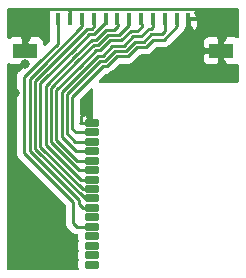
<source format=gbr>
%TF.GenerationSoftware,KiCad,Pcbnew,7.0.8*%
%TF.CreationDate,2024-06-14T11:44:33-04:00*%
%TF.ProjectId,mavnusadapter,6d61766e-7573-4616-9461-707465722e6b,rev?*%
%TF.SameCoordinates,Original*%
%TF.FileFunction,Copper,L1,Top*%
%TF.FilePolarity,Positive*%
%FSLAX46Y46*%
G04 Gerber Fmt 4.6, Leading zero omitted, Abs format (unit mm)*
G04 Created by KiCad (PCBNEW 7.0.8) date 2024-06-14 11:44:33*
%MOMM*%
%LPD*%
G01*
G04 APERTURE LIST*
G04 Aperture macros list*
%AMRoundRect*
0 Rectangle with rounded corners*
0 $1 Rounding radius*
0 $2 $3 $4 $5 $6 $7 $8 $9 X,Y pos of 4 corners*
0 Add a 4 corners polygon primitive as box body*
4,1,4,$2,$3,$4,$5,$6,$7,$8,$9,$2,$3,0*
0 Add four circle primitives for the rounded corners*
1,1,$1+$1,$2,$3*
1,1,$1+$1,$4,$5*
1,1,$1+$1,$6,$7*
1,1,$1+$1,$8,$9*
0 Add four rect primitives between the rounded corners*
20,1,$1+$1,$2,$3,$4,$5,0*
20,1,$1+$1,$4,$5,$6,$7,0*
20,1,$1+$1,$6,$7,$8,$9,0*
20,1,$1+$1,$8,$9,$2,$3,0*%
G04 Aperture macros list end*
%TA.AperFunction,SMDPad,CuDef*%
%ADD10R,0.400000X1.000000*%
%TD*%
%TA.AperFunction,SMDPad,CuDef*%
%ADD11R,2.000000X1.300000*%
%TD*%
%TA.AperFunction,CastellatedPad*%
%ADD12RoundRect,0.150000X-0.475000X-0.150000X0.475000X-0.150000X0.475000X0.150000X-0.475000X0.150000X0*%
%TD*%
%TA.AperFunction,ViaPad*%
%ADD13C,0.800000*%
%TD*%
%TA.AperFunction,Conductor*%
%ADD14C,0.250000*%
%TD*%
G04 APERTURE END LIST*
D10*
%TO.P,REF\u002A\u002A,1*%
%TO.N,GND*%
X31199000Y-17848600D03*
%TO.P,REF\u002A\u002A,2*%
%TO.N,D0*%
X30199000Y-17848600D03*
%TO.P,REF\u002A\u002A,3*%
%TO.N,D1*%
X29199000Y-17848600D03*
%TO.P,REF\u002A\u002A,4*%
%TO.N,D2*%
X28199000Y-17848600D03*
%TO.P,REF\u002A\u002A,5*%
%TO.N,D3*%
X27199000Y-17848600D03*
%TO.P,REF\u002A\u002A,6*%
%TO.N,D4*%
X26199000Y-17848600D03*
%TO.P,REF\u002A\u002A,7*%
%TO.N,D5*%
X25199000Y-17848600D03*
%TO.P,REF\u002A\u002A,8*%
%TO.N,D6*%
X24199000Y-17848600D03*
%TO.P,REF\u002A\u002A,9*%
%TO.N,3v3*%
X23199000Y-17848600D03*
%TO.P,REF\u002A\u002A,10*%
%TO.N,/DSYNC*%
X22199000Y-17848600D03*
%TO.P,REF\u002A\u002A,11*%
%TO.N,GND*%
X21199000Y-17848600D03*
%TO.P,REF\u002A\u002A,12*%
%TO.N,CLK*%
X20199000Y-17848600D03*
D11*
%TO.P,REF\u002A\u002A,MP*%
%TO.N,GND*%
X17399000Y-20548600D03*
X33999000Y-20548600D03*
%TD*%
D12*
%TO.P,REF\u002A\u002A,1*%
%TO.N,GND*%
X23019600Y-26643600D03*
%TO.P,REF\u002A\u002A,2*%
%TO.N,D0*%
X23019600Y-27443600D03*
%TO.P,REF\u002A\u002A,3*%
%TO.N,D1*%
X23019600Y-28243600D03*
%TO.P,REF\u002A\u002A,4*%
%TO.N,D2*%
X23019600Y-29043600D03*
%TO.P,REF\u002A\u002A,5*%
%TO.N,D3*%
X23019600Y-29843600D03*
%TO.P,REF\u002A\u002A,6*%
%TO.N,D4*%
X23019600Y-30643600D03*
%TO.P,REF\u002A\u002A,7*%
%TO.N,D5*%
X23019600Y-31443600D03*
%TO.P,REF\u002A\u002A,8*%
%TO.N,D6*%
X23019600Y-32243600D03*
%TO.P,REF\u002A\u002A,9*%
%TO.N,3v3*%
X23019600Y-33043600D03*
%TO.P,REF\u002A\u002A,10*%
%TO.N,/DSYNC*%
X23019600Y-33843600D03*
%TO.P,REF\u002A\u002A,11*%
%TO.N,GND*%
X23019600Y-34643600D03*
%TO.P,REF\u002A\u002A,12*%
%TO.N,CLK*%
X23019600Y-35443600D03*
%TO.P,REF\u002A\u002A,13*%
%TO.N,N/C*%
X23019600Y-36243600D03*
%TO.P,REF\u002A\u002A,14*%
X23019600Y-37043600D03*
%TO.P,REF\u002A\u002A,15*%
X23019600Y-37843600D03*
%TO.P,REF\u002A\u002A,16*%
X23019600Y-38643600D03*
%TD*%
D13*
%TO.N,GND*%
X16510000Y-24130000D03*
X18592800Y-17424400D03*
X32385000Y-20548600D03*
X32080200Y-17322800D03*
X24841200Y-22580600D03*
X17369301Y-21661901D03*
X31216600Y-18821400D03*
X22661099Y-25632899D03*
X34010600Y-21691600D03*
X34010600Y-19481800D03*
X17424400Y-19456400D03*
%TD*%
D14*
%TO.N,GND*%
X22069600Y-26643600D02*
X22072600Y-26593800D01*
X22072600Y-26136600D02*
X22072600Y-26593800D01*
X17424400Y-19456400D02*
X17424400Y-19812000D01*
X18993600Y-17023600D02*
X21011400Y-17023600D01*
X22547000Y-26001400D02*
X23019600Y-26474000D01*
X18592800Y-17424400D02*
X18993600Y-17023600D01*
X23019600Y-26474000D02*
X23019600Y-26643600D01*
X22661099Y-25632899D02*
X22547000Y-25746998D01*
X21199000Y-17211200D02*
X21199000Y-17848600D01*
X22547000Y-25746998D02*
X22547000Y-26001400D01*
X22122400Y-26643600D02*
X22072600Y-26593800D01*
X31781000Y-17023600D02*
X21011400Y-17023600D01*
X22292598Y-26001400D02*
X22207800Y-26001400D01*
X22207800Y-26001400D02*
X22072600Y-26136600D01*
X32080200Y-17322800D02*
X31781000Y-17023600D01*
X22661099Y-25632899D02*
X22292598Y-26001400D01*
X17424400Y-19812000D02*
X17650800Y-20038400D01*
X23019600Y-26643600D02*
X22122400Y-26643600D01*
X21011400Y-17023600D02*
X21199000Y-17211200D01*
%TO.N,D0*%
X27603992Y-20220400D02*
X26876784Y-20220400D01*
X21372800Y-24411984D02*
X21372800Y-27138600D01*
X29122820Y-19588400D02*
X28235992Y-19588400D01*
X25148172Y-21013400D02*
X24317172Y-21844400D01*
X28235992Y-19588400D02*
X27603992Y-20220400D01*
X26876784Y-20220400D02*
X26083784Y-21013400D01*
X24317172Y-21844400D02*
X23946776Y-21844400D01*
X30238200Y-18473020D02*
X29122820Y-19588400D01*
X22635629Y-23149155D02*
X21372800Y-24411984D01*
X30238200Y-18313400D02*
X30238200Y-18473020D01*
X21372800Y-27138600D02*
X21677800Y-27443600D01*
X23946776Y-21844400D02*
X22642021Y-23149155D01*
X21677800Y-27443600D02*
X23019600Y-27443600D01*
X22642021Y-23149155D02*
X22635629Y-23149155D01*
X26083784Y-21013400D02*
X25148172Y-21013400D01*
%TO.N,D1*%
X21639600Y-28243600D02*
X23019600Y-28243600D01*
X20922800Y-27526800D02*
X21639600Y-28243600D01*
X22455625Y-22699155D02*
X22449233Y-22699155D01*
X27417596Y-19770400D02*
X26690388Y-19770400D01*
X28049596Y-19138400D02*
X27417596Y-19770400D01*
X22449233Y-22699155D02*
X20922800Y-24225588D01*
X29238200Y-18836624D02*
X28936424Y-19138400D01*
X29238200Y-18313400D02*
X29238200Y-18836624D01*
X20922800Y-24225588D02*
X20922800Y-27526800D01*
X24961776Y-20563400D02*
X24130776Y-21394400D01*
X23760380Y-21394400D02*
X22455625Y-22699155D01*
X24130776Y-21394400D02*
X23760380Y-21394400D01*
X25897388Y-20563400D02*
X24961776Y-20563400D01*
X26690388Y-19770400D02*
X25897388Y-20563400D01*
X28936424Y-19138400D02*
X28049596Y-19138400D01*
%TO.N,D2*%
X28047600Y-18688400D02*
X28238200Y-18497800D01*
X20472800Y-27838800D02*
X20472800Y-24039192D01*
X24775380Y-20113400D02*
X25710992Y-20113400D01*
X28238200Y-18497800D02*
X28238200Y-18313400D01*
X20472800Y-24039192D02*
X22262837Y-22249155D01*
X23019600Y-29043600D02*
X21677600Y-29043600D01*
X27231200Y-19320400D02*
X27863200Y-18688400D01*
X21677600Y-29043600D02*
X20472800Y-27838800D01*
X23944380Y-20944400D02*
X24775380Y-20113400D01*
X25710992Y-20113400D02*
X26503992Y-19320400D01*
X23573984Y-20944400D02*
X23944380Y-20944400D01*
X22262837Y-22249155D02*
X22269229Y-22249155D01*
X27863200Y-18688400D02*
X28047600Y-18688400D01*
X22269229Y-22249155D02*
X23573984Y-20944400D01*
X26503992Y-19320400D02*
X27231200Y-19320400D01*
%TO.N,D3*%
X27238200Y-18507200D02*
X26875000Y-18870400D01*
X23387588Y-20494400D02*
X22082833Y-21799155D01*
X20022800Y-28110316D02*
X21756084Y-29843600D01*
X21756084Y-29843600D02*
X23019600Y-29843600D01*
X24588984Y-19663400D02*
X23757984Y-20494400D01*
X26875000Y-18870400D02*
X26317596Y-18870400D01*
X25524596Y-19663400D02*
X24588984Y-19663400D01*
X22076441Y-21799155D02*
X20022800Y-23852796D01*
X26317596Y-18870400D02*
X25524596Y-19663400D01*
X20022800Y-23852796D02*
X20022800Y-28110316D01*
X23757984Y-20494400D02*
X23387588Y-20494400D01*
X27238200Y-18313400D02*
X27238200Y-18507200D01*
X22082833Y-21799155D02*
X22076441Y-21799155D01*
%TO.N,D4*%
X26199000Y-18352600D02*
X25338200Y-19213400D01*
X23201192Y-20044400D02*
X21896437Y-21349155D01*
X21896437Y-21349155D02*
X21890045Y-21349155D01*
X23571588Y-20044400D02*
X23201192Y-20044400D01*
X21919688Y-30643600D02*
X23019600Y-30643600D01*
X25338200Y-19213400D02*
X24402588Y-19213400D01*
X19572800Y-28296712D02*
X21919688Y-30643600D01*
X24402588Y-19213400D02*
X23571588Y-20044400D01*
X21890045Y-21349155D02*
X19572800Y-23666400D01*
X26199000Y-17848600D02*
X26199000Y-18352600D01*
X19572800Y-23666400D02*
X19572800Y-28296712D01*
%TO.N,D5*%
X19122800Y-23480004D02*
X19122800Y-28483108D01*
X19122800Y-28483108D02*
X22083292Y-31443600D01*
X23014796Y-19594400D02*
X21710041Y-20899155D01*
X23385192Y-19594400D02*
X23014796Y-19594400D01*
X25238200Y-18449800D02*
X24924600Y-18763400D01*
X21703649Y-20899155D02*
X19122800Y-23480004D01*
X25238200Y-18313400D02*
X25238200Y-18449800D01*
X24924600Y-18763400D02*
X24216192Y-18763400D01*
X22083292Y-31443600D02*
X23019600Y-31443600D01*
X21710041Y-20899155D02*
X21703649Y-20899155D01*
X24216192Y-18763400D02*
X23385192Y-19594400D01*
%TO.N,D6*%
X19091388Y-22873600D02*
X18672800Y-23292188D01*
X22246896Y-32243600D02*
X23019600Y-32243600D01*
X22828400Y-19144400D02*
X21523645Y-20449155D01*
X24199000Y-17848600D02*
X24199000Y-18144196D01*
X21523645Y-20449155D02*
X21517253Y-20449155D01*
X18672800Y-28669504D02*
X22246896Y-32243600D01*
X23198796Y-19144400D02*
X22828400Y-19144400D01*
X21517253Y-20449155D02*
X19092808Y-22873600D01*
X19092808Y-22873600D02*
X19091388Y-22873600D01*
X24199000Y-18144196D02*
X23198796Y-19144400D01*
X18672800Y-23292188D02*
X18672800Y-28669504D01*
%TO.N,3v3*%
X18222800Y-28855900D02*
X22410500Y-33043600D01*
X23012400Y-18694400D02*
X22635612Y-18694400D01*
X23238200Y-18468600D02*
X23012400Y-18694400D01*
X23238200Y-18313400D02*
X23238200Y-18468600D01*
X22025548Y-19304464D02*
X22025548Y-19310856D01*
X18906412Y-22423600D02*
X18904992Y-22423600D01*
X22410500Y-33043600D02*
X23019600Y-33043600D01*
X22025548Y-19310856D02*
X21337249Y-19999155D01*
X18904992Y-22423600D02*
X18222800Y-23105792D01*
X18222800Y-23105792D02*
X18222800Y-28855900D01*
X21330857Y-19999155D02*
X18906412Y-22423600D01*
X22635612Y-18694400D02*
X22025548Y-19304464D01*
X21337249Y-19999155D02*
X21330857Y-19999155D01*
%TO.N,/DSYNC*%
X17772800Y-22919396D02*
X18718596Y-21973600D01*
X22238200Y-18455416D02*
X22238200Y-18313400D01*
X22261200Y-33843600D02*
X21913000Y-33495400D01*
X18720016Y-21973600D02*
X22238200Y-18455416D01*
X18718596Y-21973600D02*
X18720016Y-21973600D01*
X21913000Y-33182496D02*
X17772800Y-29042296D01*
X23019600Y-33843600D02*
X22261200Y-33843600D01*
X21913000Y-33495400D02*
X21913000Y-33182496D01*
X17772800Y-29042296D02*
X17772800Y-22919396D01*
%TO.N,CLK*%
X20199000Y-17848600D02*
X20125048Y-17922552D01*
X17322800Y-22733000D02*
X17322800Y-29228692D01*
X17322800Y-29228692D02*
X21463000Y-33368892D01*
X18533620Y-21523600D02*
X18532200Y-21523600D01*
X20125048Y-17922552D02*
X20125048Y-19932172D01*
X21463000Y-33368892D02*
X21463000Y-35128200D01*
X21463000Y-35128200D02*
X21778400Y-35443600D01*
X18532200Y-21523600D02*
X17322800Y-22733000D01*
X21778400Y-35443600D02*
X23019600Y-35443600D01*
X20125048Y-19932172D02*
X18533620Y-21523600D01*
%TD*%
%TA.AperFunction,Conductor*%
%TO.N,GND*%
G36*
X16073812Y-21579744D02*
G01*
X16156910Y-21641952D01*
X16156913Y-21641954D01*
X16291620Y-21692196D01*
X16291627Y-21692198D01*
X16351155Y-21698599D01*
X16351172Y-21698600D01*
X17173246Y-21698600D01*
X17240285Y-21718285D01*
X17286040Y-21771089D01*
X17295984Y-21840247D01*
X17266959Y-21903803D01*
X17260927Y-21910281D01*
X16939008Y-22232199D01*
X16926751Y-22242020D01*
X16926934Y-22242241D01*
X16920923Y-22247213D01*
X16873572Y-22297636D01*
X16852689Y-22318519D01*
X16852677Y-22318532D01*
X16848421Y-22324017D01*
X16844637Y-22328447D01*
X16812737Y-22362418D01*
X16812736Y-22362420D01*
X16803084Y-22379976D01*
X16792410Y-22396226D01*
X16780129Y-22412061D01*
X16780124Y-22412068D01*
X16761615Y-22454838D01*
X16759045Y-22460084D01*
X16736603Y-22500906D01*
X16731622Y-22520307D01*
X16725321Y-22538710D01*
X16717362Y-22557102D01*
X16717361Y-22557105D01*
X16710071Y-22603127D01*
X16708887Y-22608846D01*
X16697301Y-22653972D01*
X16697300Y-22653982D01*
X16697300Y-22674016D01*
X16695773Y-22693415D01*
X16692640Y-22713194D01*
X16692640Y-22713195D01*
X16697025Y-22759583D01*
X16697300Y-22765421D01*
X16697300Y-29145947D01*
X16695575Y-29161564D01*
X16695861Y-29161591D01*
X16695126Y-29169357D01*
X16697300Y-29238506D01*
X16697300Y-29268035D01*
X16697301Y-29268052D01*
X16698168Y-29274923D01*
X16698626Y-29280742D01*
X16700090Y-29327316D01*
X16700091Y-29327319D01*
X16705680Y-29346559D01*
X16709624Y-29365603D01*
X16712136Y-29385483D01*
X16729290Y-29428811D01*
X16731182Y-29434339D01*
X16744181Y-29479080D01*
X16754380Y-29496326D01*
X16762938Y-29513795D01*
X16770314Y-29532424D01*
X16797698Y-29570115D01*
X16800906Y-29574999D01*
X16824627Y-29615108D01*
X16824633Y-29615116D01*
X16838790Y-29629272D01*
X16851428Y-29644068D01*
X16863205Y-29660278D01*
X16863206Y-29660279D01*
X16899109Y-29689980D01*
X16903420Y-29693902D01*
X18868812Y-31659294D01*
X20801181Y-33591663D01*
X20834666Y-33652986D01*
X20837500Y-33679344D01*
X20837500Y-35045455D01*
X20835775Y-35061072D01*
X20836061Y-35061099D01*
X20835326Y-35068865D01*
X20837500Y-35138014D01*
X20837500Y-35167543D01*
X20837501Y-35167560D01*
X20838368Y-35174431D01*
X20838826Y-35180250D01*
X20840290Y-35226824D01*
X20840291Y-35226827D01*
X20845880Y-35246067D01*
X20849824Y-35265111D01*
X20852336Y-35284991D01*
X20869490Y-35328319D01*
X20871382Y-35333847D01*
X20884381Y-35378588D01*
X20894580Y-35395834D01*
X20903138Y-35413303D01*
X20910514Y-35431932D01*
X20937898Y-35469623D01*
X20941106Y-35474507D01*
X20964827Y-35514616D01*
X20964833Y-35514624D01*
X20978990Y-35528780D01*
X20991628Y-35543576D01*
X21003405Y-35559786D01*
X21003406Y-35559787D01*
X21039308Y-35589487D01*
X21043619Y-35593409D01*
X21277594Y-35827384D01*
X21287417Y-35839645D01*
X21287639Y-35839463D01*
X21292612Y-35845475D01*
X21343037Y-35892828D01*
X21363923Y-35913715D01*
X21363927Y-35913718D01*
X21363929Y-35913720D01*
X21369411Y-35917973D01*
X21373843Y-35921757D01*
X21407818Y-35953662D01*
X21425376Y-35963314D01*
X21441633Y-35973993D01*
X21457464Y-35986273D01*
X21477137Y-35994786D01*
X21500233Y-36004782D01*
X21505477Y-36007350D01*
X21546308Y-36029797D01*
X21558923Y-36033035D01*
X21565705Y-36034777D01*
X21584119Y-36041081D01*
X21602504Y-36049038D01*
X21648557Y-36056332D01*
X21654226Y-36057506D01*
X21699381Y-36069100D01*
X21719416Y-36069100D01*
X21738813Y-36070626D01*
X21758596Y-36073760D01*
X21758603Y-36073759D01*
X21766393Y-36074005D01*
X21766351Y-36075311D01*
X21827018Y-36087060D01*
X21877542Y-36135320D01*
X21894100Y-36197225D01*
X21894100Y-36459296D01*
X21897001Y-36496167D01*
X21897002Y-36496173D01*
X21929784Y-36609005D01*
X21929784Y-36678195D01*
X21897002Y-36791026D01*
X21897001Y-36791032D01*
X21894100Y-36827904D01*
X21894100Y-37259296D01*
X21897001Y-37296167D01*
X21897002Y-37296173D01*
X21929784Y-37409005D01*
X21929784Y-37478195D01*
X21897002Y-37591026D01*
X21897001Y-37591032D01*
X21894100Y-37627904D01*
X21894100Y-38059296D01*
X21897001Y-38096167D01*
X21897002Y-38096173D01*
X21929784Y-38209005D01*
X21929784Y-38278195D01*
X21897002Y-38391026D01*
X21897001Y-38391032D01*
X21894100Y-38427904D01*
X21894100Y-38859296D01*
X21897001Y-38896167D01*
X21897002Y-38896170D01*
X21907268Y-38931504D01*
X21907069Y-39001373D01*
X21869128Y-39060044D01*
X21805489Y-39088888D01*
X21788192Y-39090100D01*
X15999500Y-39090100D01*
X15932461Y-39070415D01*
X15886706Y-39017611D01*
X15875500Y-38966100D01*
X15875500Y-21679010D01*
X15895185Y-21611971D01*
X15947989Y-21566216D01*
X16017147Y-21556272D01*
X16073812Y-21579744D01*
G37*
%TD.AperFunction*%
%TA.AperFunction,Conductor*%
G36*
X23058234Y-23713654D02*
G01*
X23114167Y-23755526D01*
X23138584Y-23820990D01*
X23138900Y-23829836D01*
X23138900Y-26443600D01*
X22897068Y-26443600D01*
X22830592Y-26458773D01*
X22769600Y-26507411D01*
X22769600Y-25843600D01*
X22478956Y-25843600D01*
X22442110Y-25846499D01*
X22442104Y-25846500D01*
X22284406Y-25892316D01*
X22284403Y-25892317D01*
X22185421Y-25950855D01*
X22117697Y-25968038D01*
X22051434Y-25945878D01*
X22007671Y-25891412D01*
X21998300Y-25844123D01*
X21998300Y-24722436D01*
X22017985Y-24655397D01*
X22034619Y-24634755D01*
X22927219Y-23742155D01*
X22988542Y-23708670D01*
X23058234Y-23713654D01*
G37*
%TD.AperFunction*%
%TA.AperFunction,Conductor*%
G36*
X35401439Y-16910685D02*
G01*
X35447194Y-16963489D01*
X35458400Y-17015000D01*
X35458400Y-19370203D01*
X35438715Y-19437242D01*
X35385911Y-19482997D01*
X35316753Y-19492941D01*
X35260090Y-19469471D01*
X35241088Y-19455246D01*
X35241086Y-19455245D01*
X35106379Y-19405003D01*
X35106372Y-19405001D01*
X35046844Y-19398600D01*
X34249000Y-19398600D01*
X34249000Y-21698600D01*
X35046828Y-21698600D01*
X35046844Y-21698599D01*
X35106372Y-21692198D01*
X35106379Y-21692196D01*
X35241086Y-21641954D01*
X35241089Y-21641952D01*
X35260088Y-21627730D01*
X35325552Y-21603312D01*
X35393825Y-21618163D01*
X35443231Y-21667567D01*
X35458400Y-21726996D01*
X35458400Y-23116500D01*
X35438715Y-23183539D01*
X35385911Y-23229294D01*
X35334400Y-23240500D01*
X23734628Y-23240500D01*
X23667589Y-23220815D01*
X23621834Y-23168011D01*
X23611890Y-23098853D01*
X23640915Y-23035297D01*
X23646947Y-23028819D01*
X24167223Y-22508543D01*
X24228544Y-22475060D01*
X24251008Y-22472287D01*
X24257836Y-22472072D01*
X24257839Y-22472073D01*
X24323581Y-22470006D01*
X24326987Y-22469900D01*
X24356519Y-22469900D01*
X24356522Y-22469900D01*
X24363400Y-22469030D01*
X24369213Y-22468572D01*
X24415799Y-22467109D01*
X24435041Y-22461517D01*
X24454084Y-22457574D01*
X24473964Y-22455064D01*
X24517294Y-22437907D01*
X24522818Y-22436017D01*
X24526568Y-22434927D01*
X24567562Y-22423018D01*
X24584801Y-22412822D01*
X24602275Y-22404262D01*
X24620899Y-22396888D01*
X24620899Y-22396887D01*
X24620904Y-22396886D01*
X24658621Y-22369482D01*
X24663477Y-22366292D01*
X24703592Y-22342570D01*
X24717761Y-22328399D01*
X24732551Y-22315768D01*
X24748759Y-22303994D01*
X24778471Y-22268076D01*
X24782384Y-22263776D01*
X25370944Y-21675219D01*
X25432267Y-21641734D01*
X25458625Y-21638900D01*
X26001041Y-21638900D01*
X26016661Y-21640624D01*
X26016688Y-21640339D01*
X26024444Y-21641071D01*
X26024451Y-21641073D01*
X26093598Y-21638900D01*
X26123134Y-21638900D01*
X26130012Y-21638030D01*
X26135825Y-21637572D01*
X26182411Y-21636109D01*
X26201653Y-21630517D01*
X26220696Y-21626574D01*
X26240576Y-21624064D01*
X26283906Y-21606907D01*
X26289430Y-21605017D01*
X26293180Y-21603927D01*
X26334174Y-21592018D01*
X26351413Y-21581822D01*
X26368887Y-21573262D01*
X26387511Y-21565888D01*
X26387511Y-21565887D01*
X26387516Y-21565886D01*
X26425233Y-21538482D01*
X26430089Y-21535292D01*
X26470204Y-21511570D01*
X26484373Y-21497399D01*
X26499163Y-21484768D01*
X26515371Y-21472994D01*
X26545083Y-21437076D01*
X26548996Y-21432776D01*
X27099556Y-20882219D01*
X27160879Y-20848734D01*
X27187237Y-20845900D01*
X27521249Y-20845900D01*
X27536869Y-20847624D01*
X27536896Y-20847339D01*
X27544652Y-20848071D01*
X27544659Y-20848073D01*
X27613806Y-20845900D01*
X27643342Y-20845900D01*
X27650220Y-20845030D01*
X27656033Y-20844572D01*
X27702619Y-20843109D01*
X27721861Y-20837517D01*
X27740904Y-20833574D01*
X27760784Y-20831064D01*
X27804114Y-20813907D01*
X27809638Y-20812017D01*
X27813388Y-20810927D01*
X27854382Y-20799018D01*
X27855089Y-20798600D01*
X32499000Y-20798600D01*
X32499000Y-21246444D01*
X32505401Y-21305972D01*
X32505403Y-21305979D01*
X32555645Y-21440686D01*
X32555649Y-21440693D01*
X32641809Y-21555787D01*
X32641812Y-21555790D01*
X32756906Y-21641950D01*
X32756913Y-21641954D01*
X32891620Y-21692196D01*
X32891627Y-21692198D01*
X32951155Y-21698599D01*
X32951172Y-21698600D01*
X33749000Y-21698600D01*
X33749000Y-20798600D01*
X32499000Y-20798600D01*
X27855089Y-20798600D01*
X27871621Y-20788822D01*
X27889095Y-20780262D01*
X27907719Y-20772888D01*
X27907719Y-20772887D01*
X27907724Y-20772886D01*
X27945441Y-20745482D01*
X27950297Y-20742292D01*
X27990412Y-20718570D01*
X28004581Y-20704399D01*
X28019371Y-20691768D01*
X28035579Y-20679994D01*
X28065291Y-20644076D01*
X28069204Y-20639776D01*
X28410382Y-20298600D01*
X32499000Y-20298600D01*
X33749000Y-20298600D01*
X33749000Y-19398600D01*
X32951155Y-19398600D01*
X32891627Y-19405001D01*
X32891620Y-19405003D01*
X32756913Y-19455245D01*
X32756906Y-19455249D01*
X32641812Y-19541409D01*
X32641809Y-19541412D01*
X32555649Y-19656506D01*
X32555645Y-19656513D01*
X32505403Y-19791220D01*
X32505401Y-19791227D01*
X32499000Y-19850755D01*
X32499000Y-20298600D01*
X28410382Y-20298600D01*
X28458765Y-20250217D01*
X28520087Y-20216734D01*
X28546445Y-20213900D01*
X29040077Y-20213900D01*
X29055697Y-20215624D01*
X29055724Y-20215339D01*
X29063480Y-20216071D01*
X29063487Y-20216073D01*
X29132634Y-20213900D01*
X29162170Y-20213900D01*
X29169048Y-20213030D01*
X29174861Y-20212572D01*
X29221447Y-20211109D01*
X29240689Y-20205517D01*
X29259732Y-20201574D01*
X29279612Y-20199064D01*
X29322942Y-20181907D01*
X29328466Y-20180017D01*
X29332216Y-20178927D01*
X29373210Y-20167018D01*
X29390449Y-20156822D01*
X29407923Y-20148262D01*
X29426547Y-20140888D01*
X29426547Y-20140887D01*
X29426552Y-20140886D01*
X29464269Y-20113482D01*
X29469125Y-20110292D01*
X29509240Y-20086570D01*
X29523409Y-20072399D01*
X29538199Y-20059768D01*
X29554407Y-20047994D01*
X29584119Y-20012076D01*
X29588032Y-20007776D01*
X30621986Y-18973822D01*
X30634248Y-18964000D01*
X30634065Y-18963779D01*
X30640067Y-18958812D01*
X30640077Y-18958806D01*
X30687441Y-18908368D01*
X30708320Y-18887490D01*
X30712574Y-18882004D01*
X30716346Y-18877587D01*
X30729973Y-18863076D01*
X30790212Y-18827684D01*
X30860026Y-18830478D01*
X30863697Y-18831782D01*
X30891621Y-18842197D01*
X30951155Y-18848599D01*
X30951172Y-18848600D01*
X30999000Y-18848600D01*
X30999000Y-18048600D01*
X31399000Y-18048600D01*
X31399000Y-18848600D01*
X31446828Y-18848600D01*
X31446844Y-18848599D01*
X31506372Y-18842198D01*
X31506379Y-18842196D01*
X31641086Y-18791954D01*
X31641093Y-18791950D01*
X31756187Y-18705790D01*
X31756190Y-18705787D01*
X31842350Y-18590693D01*
X31842354Y-18590686D01*
X31892596Y-18455979D01*
X31892598Y-18455972D01*
X31898999Y-18396444D01*
X31899000Y-18396427D01*
X31899000Y-18048600D01*
X31399000Y-18048600D01*
X30999000Y-18048600D01*
X30999000Y-17772600D01*
X31018685Y-17705561D01*
X31071489Y-17659806D01*
X31123000Y-17648600D01*
X31899000Y-17648600D01*
X31899000Y-17300772D01*
X31898999Y-17300755D01*
X31892598Y-17241227D01*
X31892596Y-17241220D01*
X31842354Y-17106513D01*
X31842353Y-17106511D01*
X31829477Y-17089311D01*
X31805060Y-17023847D01*
X31819911Y-16955574D01*
X31869316Y-16906168D01*
X31928744Y-16891000D01*
X35334400Y-16891000D01*
X35401439Y-16910685D01*
G37*
%TD.AperFunction*%
%TA.AperFunction,Conductor*%
G36*
X19535671Y-16910685D02*
G01*
X19581426Y-16963489D01*
X19591370Y-17032647D01*
X19567898Y-17089312D01*
X19555204Y-17106268D01*
X19555202Y-17106271D01*
X19504908Y-17241117D01*
X19498501Y-17300716D01*
X19498500Y-17300735D01*
X19498500Y-17870180D01*
X19496974Y-17889574D01*
X19494888Y-17902747D01*
X19494888Y-17902748D01*
X19498225Y-17938053D01*
X19498500Y-17943890D01*
X19498500Y-18396471D01*
X19498501Y-18396488D01*
X19499192Y-18402907D01*
X19499548Y-18409540D01*
X19499548Y-19621718D01*
X19479863Y-19688757D01*
X19463229Y-19709399D01*
X19110681Y-20061947D01*
X19049358Y-20095432D01*
X18979666Y-20090448D01*
X18923733Y-20048576D01*
X18899316Y-19983112D01*
X18899000Y-19974266D01*
X18899000Y-19850772D01*
X18898999Y-19850755D01*
X18892598Y-19791227D01*
X18892596Y-19791220D01*
X18842354Y-19656513D01*
X18842350Y-19656506D01*
X18756190Y-19541412D01*
X18756187Y-19541409D01*
X18641093Y-19455249D01*
X18641086Y-19455245D01*
X18506379Y-19405003D01*
X18506372Y-19405001D01*
X18446844Y-19398600D01*
X17649000Y-19398600D01*
X17649000Y-20674600D01*
X17629315Y-20741639D01*
X17576511Y-20787394D01*
X17525000Y-20798600D01*
X17273000Y-20798600D01*
X17205961Y-20778915D01*
X17160206Y-20726111D01*
X17149000Y-20674600D01*
X17149000Y-19398600D01*
X16351155Y-19398600D01*
X16291627Y-19405001D01*
X16291620Y-19405003D01*
X16156913Y-19455245D01*
X16156911Y-19455246D01*
X16073811Y-19517456D01*
X16008347Y-19541873D01*
X15940074Y-19527022D01*
X15890668Y-19477617D01*
X15875500Y-19418189D01*
X15875500Y-17015000D01*
X15895185Y-16947961D01*
X15947989Y-16902206D01*
X15999500Y-16891000D01*
X19468632Y-16891000D01*
X19535671Y-16910685D01*
G37*
%TD.AperFunction*%
%TD*%
M02*

</source>
